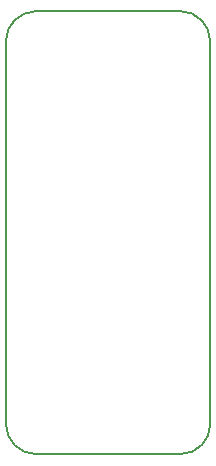
<source format=gko>
%FSAX24Y24*%
%MOIN*%
G70*
G01*
G75*
G04 Layer_Color=16711935*
%ADD10R,0.0512X0.0315*%
%ADD11R,0.0315X0.0512*%
%ADD12C,0.0197*%
%ADD13C,0.0080*%
%ADD14C,0.0150*%
%ADD15C,0.0250*%
%ADD16C,0.0350*%
%ADD17C,0.0060*%
%ADD18C,0.0300*%
%ADD19C,0.0200*%
%ADD20C,0.0100*%
%ADD21C,0.0430*%
%ADD22R,0.0430X0.0430*%
%ADD23C,0.0270*%
%ADD24R,0.0300X0.0350*%
%ADD25R,0.0394X0.0354*%
%ADD26R,0.0350X0.0300*%
%ADD27R,0.0450X0.0500*%
%ADD28R,0.0354X0.0315*%
%ADD29R,0.1063X0.0512*%
%ADD30R,0.0748X0.0217*%
%ADD31R,0.0217X0.0748*%
%ADD32R,0.0551X0.0453*%
%ADD33C,0.0120*%
%ADD34C,0.0079*%
%ADD35C,0.0070*%
%ADD36R,0.0552X0.0355*%
%ADD37R,0.0355X0.0552*%
%ADD38C,0.0257*%
%ADD39C,0.0450*%
%ADD40R,0.0450X0.0450*%
%ADD41R,0.0360X0.0410*%
%ADD42R,0.0454X0.0414*%
%ADD43R,0.0410X0.0360*%
%ADD44R,0.0510X0.0560*%
%ADD45R,0.0414X0.0375*%
%ADD46R,0.1123X0.0572*%
%ADD47R,0.0788X0.0257*%
%ADD48R,0.0257X0.0788*%
%ADD49R,0.0808X0.0277*%
%ADD50R,0.0611X0.0513*%
%ADD51C,0.0098*%
%ADD52C,0.0236*%
%ADD53C,0.0050*%
D53*
X066000Y037000D02*
G03*
X067000Y036000I001000J000000D01*
G01*
X071811D01*
D02*
G03*
X072811Y037000I000000J001000D01*
G01*
X072811D02*
Y049764D01*
D02*
G03*
X071811Y050764I-001000J000000D01*
G01*
X067000D01*
D02*
G03*
X066000Y049764I000000J-001000D01*
G01*
Y037000D01*
M02*

</source>
